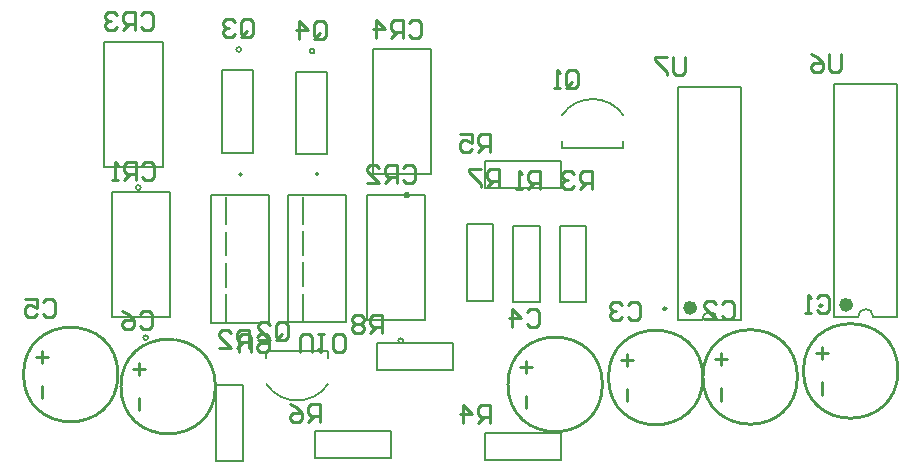
<source format=gbr>
%TF.GenerationSoftware,Altium Limited,Altium Designer,25.8.1 (18)*%
G04 Layer_Color=32896*
%FSLAX45Y45*%
%MOMM*%
%TF.SameCoordinates,5194DE87-2E3A-4D0E-B7FB-1F2D01658319*%
%TF.FilePolarity,Positive*%
%TF.FileFunction,Legend,Bot*%
%TF.Part,Single*%
G01*
G75*
%TA.AperFunction,NonConductor*%
%ADD26C,0.25000*%
%ADD27C,0.20000*%
%ADD28C,0.25400*%
%ADD29C,0.60000*%
%ADD30C,0.15240*%
%ADD31C,0.12700*%
D26*
X9702600Y6626400D02*
G03*
X9702600Y6626400I-12500J0D01*
G01*
X11023400Y6651800D02*
G03*
X11023400Y6651800I-12500J0D01*
G01*
D27*
X9340500Y8263500D02*
G03*
X8820500Y8263500I-260000J-177835D01*
G01*
X6318600Y5986000D02*
G03*
X6838600Y5986000I260000J177835D01*
G01*
X10134600Y6533400D02*
G03*
X10007600Y6533400I-63500J0D01*
G01*
X11455400Y6558800D02*
G03*
X11328400Y6558800I-63500J0D01*
G01*
X8820500Y7982000D02*
X9340500D01*
X8820500D02*
Y8043500D01*
X9340500Y7982000D02*
Y8043500D01*
X6318600Y6267500D02*
X6838600D01*
Y6206000D02*
Y6267500D01*
X6318600Y6206000D02*
Y6267500D01*
X9806100Y8503400D02*
X10336100D01*
X10134600Y6533400D02*
X10336100D01*
X9806100D02*
X10007600D01*
X10336100D02*
Y8503400D01*
X9806100Y6533400D02*
Y8503400D01*
X11126900Y8528800D02*
X11656900D01*
X11455400Y6558800D02*
X11656900D01*
X11126900D02*
X11328400D01*
X11656900D02*
Y8528800D01*
X11126900Y6558800D02*
Y8528800D01*
D28*
X9163000Y5984100D02*
G03*
X9163000Y5984100I-400000J0D01*
G01*
X11664900Y6098400D02*
G03*
X11664900Y6098400I-400000J0D01*
G01*
X10814000Y6047600D02*
G03*
X10814000Y6047600I-400000J0D01*
G01*
X10013900Y6042800D02*
G03*
X10013900Y6042800I-400000J0D01*
G01*
X5886400Y5966600D02*
G03*
X5886400Y5966600I-400000J0D01*
G01*
X5060900Y6068200D02*
G03*
X5060900Y6068200I-400000J0D01*
G01*
X8465500Y6134100D02*
X8570500D01*
X8518000Y6081600D02*
Y6186600D01*
Y5781600D02*
Y5886600D01*
X10967400Y6248400D02*
X11072400D01*
X11019900Y6195900D02*
Y6300900D01*
Y5895900D02*
Y6000900D01*
X10116500Y6197600D02*
X10221500D01*
X10169000Y6145100D02*
Y6250100D01*
Y5845100D02*
Y5950100D01*
X9316400Y6192800D02*
X9421400D01*
X9368900Y6140300D02*
Y6245300D01*
Y5840300D02*
Y5945300D01*
X5188900Y6116600D02*
X5293900D01*
X5241400Y6064100D02*
Y6169100D01*
Y5764100D02*
Y5869100D01*
X4363400Y6218200D02*
X4468400D01*
X4415900Y6165700D02*
Y6270700D01*
Y5865700D02*
Y5970700D01*
X8526813Y6598879D02*
X8552205Y6624271D01*
X8602988D01*
X8628380Y6598879D01*
Y6497312D01*
X8602988Y6471920D01*
X8552205D01*
X8526813Y6497312D01*
X8399854Y6471920D02*
Y6624271D01*
X8476029Y6548095D01*
X8374462D01*
X10977913Y6713179D02*
X11003305Y6738571D01*
X11054088D01*
X11079480Y6713179D01*
Y6611612D01*
X11054088Y6586220D01*
X11003305D01*
X10977913Y6611612D01*
X10927129Y6586220D02*
X10876346D01*
X10901737D01*
Y6738571D01*
X10927129Y6713179D01*
X10177813Y6662379D02*
X10203205Y6687771D01*
X10253988D01*
X10279380Y6662379D01*
Y6560812D01*
X10253988Y6535420D01*
X10203205D01*
X10177813Y6560812D01*
X10025462Y6535420D02*
X10127029D01*
X10025462Y6636987D01*
Y6662379D01*
X10050854Y6687771D01*
X10101637D01*
X10127029Y6662379D01*
X9377713Y6659839D02*
X9403105Y6685231D01*
X9453888D01*
X9479280Y6659839D01*
Y6558272D01*
X9453888Y6532880D01*
X9403105D01*
X9377713Y6558272D01*
X9326929Y6659839D02*
X9301537Y6685231D01*
X9250754D01*
X9225362Y6659839D01*
Y6634447D01*
X9250754Y6609055D01*
X9276146D01*
X9250754D01*
X9225362Y6583663D01*
Y6558272D01*
X9250754Y6532880D01*
X9301537D01*
X9326929Y6558272D01*
X8854473Y8521692D02*
Y8623259D01*
X8879865Y8648651D01*
X8930648D01*
X8956040Y8623259D01*
Y8521692D01*
X8930648Y8496300D01*
X8879865D01*
X8905257Y8547083D02*
X8854473Y8496300D01*
X8879865D02*
X8854473Y8521692D01*
X8803689Y8496300D02*
X8752906D01*
X8778297D01*
Y8648651D01*
X8803689Y8623259D01*
X8209280Y5656580D02*
Y5808931D01*
X8133105D01*
X8107713Y5783539D01*
Y5732755D01*
X8133105Y5707363D01*
X8209280D01*
X8158497D02*
X8107713Y5656580D01*
X7980754D02*
Y5808931D01*
X8056929Y5732755D01*
X7955362D01*
X6774180Y5669280D02*
Y5821631D01*
X6698005D01*
X6672613Y5796239D01*
Y5745455D01*
X6698005Y5720063D01*
X6774180D01*
X6723397D02*
X6672613Y5669280D01*
X6520262Y5821631D02*
X6571046Y5796239D01*
X6621829Y5745455D01*
Y5694672D01*
X6596437Y5669280D01*
X6545654D01*
X6520262Y5694672D01*
Y5720063D01*
X6545654Y5745455D01*
X6621829D01*
X6403373Y6388092D02*
Y6489659D01*
X6428765Y6515051D01*
X6479548D01*
X6504940Y6489659D01*
Y6388092D01*
X6479548Y6362700D01*
X6428765D01*
X6454157Y6413483D02*
X6403373Y6362700D01*
X6428765D02*
X6403373Y6388092D01*
X6251022Y6362700D02*
X6352589D01*
X6251022Y6464267D01*
Y6489659D01*
X6276414Y6515051D01*
X6327197D01*
X6352589Y6489659D01*
X5250213Y6583639D02*
X5275605Y6609031D01*
X5326388D01*
X5351780Y6583639D01*
Y6482072D01*
X5326388Y6456680D01*
X5275605D01*
X5250213Y6482072D01*
X5097862Y6609031D02*
X5148646Y6583639D01*
X5199429Y6532855D01*
Y6482072D01*
X5174037Y6456680D01*
X5123254D01*
X5097862Y6482072D01*
Y6507463D01*
X5123254Y6532855D01*
X5199429D01*
X9862820Y8760411D02*
Y8633452D01*
X9837428Y8608060D01*
X9786645D01*
X9761253Y8633452D01*
Y8760411D01*
X9710469D02*
X9608902D01*
Y8735019D01*
X9710469Y8633452D01*
Y8608060D01*
X4424713Y6685239D02*
X4450105Y6710631D01*
X4500888D01*
X4526280Y6685239D01*
Y6583672D01*
X4500888Y6558280D01*
X4450105D01*
X4424713Y6583672D01*
X4272362Y6710631D02*
X4373929D01*
Y6634455D01*
X4323146Y6659847D01*
X4297754D01*
X4272362Y6634455D01*
Y6583672D01*
X4297754Y6558280D01*
X4348537D01*
X4373929Y6583672D01*
X5267993Y7838399D02*
X5293385Y7863791D01*
X5344168D01*
X5369560Y7838399D01*
Y7736832D01*
X5344168Y7711440D01*
X5293385D01*
X5267993Y7736832D01*
X5217209Y7711440D02*
Y7863791D01*
X5141034D01*
X5115642Y7838399D01*
Y7787615D01*
X5141034Y7762223D01*
X5217209D01*
X5166426D02*
X5115642Y7711440D01*
X5064859D02*
X5014075D01*
X5039467D01*
Y7863791D01*
X5064859Y7838399D01*
X6101113Y8950952D02*
Y9052519D01*
X6126505Y9077911D01*
X6177288D01*
X6202680Y9052519D01*
Y8950952D01*
X6177288Y8925560D01*
X6126505D01*
X6151897Y8976343D02*
X6101113Y8925560D01*
X6126505D02*
X6101113Y8950952D01*
X6050329Y9052519D02*
X6024937Y9077911D01*
X5974154D01*
X5948762Y9052519D01*
Y9027127D01*
X5974154Y9001735D01*
X5999546D01*
X5974154D01*
X5948762Y8976343D01*
Y8950952D01*
X5974154Y8925560D01*
X6024937D01*
X6050329Y8950952D01*
X7477793Y7812999D02*
X7503185Y7838391D01*
X7553968D01*
X7579360Y7812999D01*
Y7711432D01*
X7553968Y7686040D01*
X7503185D01*
X7477793Y7711432D01*
X7427009Y7686040D02*
Y7838391D01*
X7350834D01*
X7325442Y7812999D01*
Y7762215D01*
X7350834Y7736823D01*
X7427009D01*
X7376226D02*
X7325442Y7686040D01*
X7173091D02*
X7274659D01*
X7173091Y7787607D01*
Y7812999D01*
X7198483Y7838391D01*
X7249267D01*
X7274659Y7812999D01*
X6723413Y8935712D02*
Y9037279D01*
X6748805Y9062671D01*
X6799588D01*
X6824980Y9037279D01*
Y8935712D01*
X6799588Y8910320D01*
X6748805D01*
X6774197Y8961103D02*
X6723413Y8910320D01*
X6748805D02*
X6723413Y8935712D01*
X6596454Y8910320D02*
Y9062671D01*
X6672629Y8986495D01*
X6571062D01*
X9075420Y7640320D02*
Y7792671D01*
X8999245D01*
X8973853Y7767279D01*
Y7716495D01*
X8999245Y7691103D01*
X9075420D01*
X9024637D02*
X8973853Y7640320D01*
X8923069Y7767279D02*
X8897677Y7792671D01*
X8846894D01*
X8821502Y7767279D01*
Y7741887D01*
X8846894Y7716495D01*
X8872286D01*
X8846894D01*
X8821502Y7691103D01*
Y7665712D01*
X8846894Y7640320D01*
X8897677D01*
X8923069Y7665712D01*
X8209280Y7955280D02*
Y8107631D01*
X8133105D01*
X8107713Y8082239D01*
Y8031455D01*
X8133105Y8006063D01*
X8209280D01*
X8158497D02*
X8107713Y7955280D01*
X7955362Y8107631D02*
X8056929D01*
Y8031455D01*
X8006146Y8056847D01*
X7980754D01*
X7955362Y8031455D01*
Y7980672D01*
X7980754Y7955280D01*
X8031537D01*
X8056929Y7980672D01*
X6083300Y6258289D02*
Y6385248D01*
X6108692Y6410640D01*
X6159475D01*
X6184867Y6385248D01*
Y6258289D01*
X6235651Y6385248D02*
X6261043Y6410640D01*
X6311826D01*
X6337218Y6385248D01*
Y6283681D01*
X6311826Y6258289D01*
X6261043D01*
X6235651Y6283681D01*
Y6309073D01*
X6261043Y6334465D01*
X6337218D01*
X6604000Y6260989D02*
Y6387948D01*
X6629392Y6413340D01*
X6680175D01*
X6705567Y6387948D01*
Y6260989D01*
X6756351Y6413340D02*
X6807134D01*
X6781743D01*
Y6260989D01*
X6756351Y6286381D01*
X6883310D02*
X6908701Y6260989D01*
X6959485D01*
X6984877Y6286381D01*
Y6387948D01*
X6959485Y6413340D01*
X6908701D01*
X6883310Y6387948D01*
Y6286381D01*
X7528593Y9044899D02*
X7553985Y9070291D01*
X7604768D01*
X7630160Y9044899D01*
Y8943332D01*
X7604768Y8917940D01*
X7553985D01*
X7528593Y8943332D01*
X7477809Y8917940D02*
Y9070291D01*
X7401634D01*
X7376242Y9044899D01*
Y8994115D01*
X7401634Y8968723D01*
X7477809D01*
X7427026D02*
X7376242Y8917940D01*
X7249283D02*
Y9070291D01*
X7325459Y8994115D01*
X7223891D01*
X5255293Y9108399D02*
X5280685Y9133791D01*
X5331468D01*
X5356860Y9108399D01*
Y9006832D01*
X5331468Y8981440D01*
X5280685D01*
X5255293Y9006832D01*
X5204509Y8981440D02*
Y9133791D01*
X5128334D01*
X5102942Y9108399D01*
Y9057615D01*
X5128334Y9032223D01*
X5204509D01*
X5153726D02*
X5102942Y8981440D01*
X5052159Y9108399D02*
X5026767Y9133791D01*
X4975983D01*
X4950591Y9108399D01*
Y9083007D01*
X4975983Y9057615D01*
X5001375D01*
X4975983D01*
X4950591Y9032223D01*
Y9006832D01*
X4975983Y8981440D01*
X5026767D01*
X5052159Y9006832D01*
X7294880Y6418580D02*
Y6570931D01*
X7218705D01*
X7193313Y6545539D01*
Y6494755D01*
X7218705Y6469363D01*
X7294880D01*
X7244097D02*
X7193313Y6418580D01*
X7142529Y6545539D02*
X7117137Y6570931D01*
X7066354D01*
X7040962Y6545539D01*
Y6520147D01*
X7066354Y6494755D01*
X7040962Y6469363D01*
Y6443972D01*
X7066354Y6418580D01*
X7117137D01*
X7142529Y6443972D01*
Y6469363D01*
X7117137Y6494755D01*
X7142529Y6520147D01*
Y6545539D01*
X7117137Y6494755D02*
X7066354D01*
X8288020Y7653020D02*
Y7805371D01*
X8211845D01*
X8186453Y7779979D01*
Y7729195D01*
X8211845Y7703803D01*
X8288020D01*
X8237237D02*
X8186453Y7653020D01*
X8135669Y7805371D02*
X8034102D01*
Y7779979D01*
X8135669Y7678412D01*
Y7653020D01*
X11183620Y8785811D02*
Y8658852D01*
X11158228Y8633460D01*
X11107445D01*
X11082053Y8658852D01*
Y8785811D01*
X10929702D02*
X10980486Y8760419D01*
X11031269Y8709635D01*
Y8658852D01*
X11005877Y8633460D01*
X10955094D01*
X10929702Y8658852D01*
Y8684243D01*
X10955094Y8709635D01*
X11031269D01*
X8630920Y7640320D02*
Y7792671D01*
X8554745D01*
X8529353Y7767279D01*
Y7716495D01*
X8554745Y7691103D01*
X8630920D01*
X8580137D02*
X8529353Y7640320D01*
X8478569D02*
X8427786D01*
X8453177D01*
Y7792671D01*
X8478569Y7767279D01*
X6167120Y6294120D02*
Y6446471D01*
X6090945D01*
X6065553Y6421079D01*
Y6370295D01*
X6090945Y6344903D01*
X6167120D01*
X6116337D02*
X6065553Y6294120D01*
X5913202D02*
X6014769D01*
X5913202Y6395687D01*
Y6421079D01*
X5938594Y6446471D01*
X5989377D01*
X6014769Y6421079D01*
D29*
X9936100Y6633400D02*
G03*
X9936100Y6633400I-30000J0D01*
G01*
X11256900Y6658800D02*
G03*
X11256900Y6658800I-30000J0D01*
G01*
D30*
X5316220Y6380480D02*
G03*
X5316220Y6380480I-20320J0D01*
G01*
X6103620Y8820150D02*
G03*
X6103620Y8820150I-20320J0D01*
G01*
X7475220Y6355080D02*
G03*
X7475220Y6355080I-20320J0D01*
G01*
X6725920Y8807450D02*
G03*
X6725920Y8807450I-20320J0D01*
G01*
X6108700Y7762080D02*
G03*
X6108700Y7762080I-12700J0D01*
G01*
X6756400Y7764780D02*
G03*
X6756400Y7764780I-12700J0D01*
G01*
X7526020Y7586980D02*
G03*
X7526020Y7586980I-20320J0D01*
G01*
X5252720Y7650480D02*
G03*
X5252720Y7650480I-20320J0D01*
G01*
X5010150Y6558280D02*
X5505450D01*
Y7614920D01*
X5010150D02*
X5505450D01*
X5010150Y6558280D02*
Y7614920D01*
X6207000Y7943850D02*
Y8642350D01*
X5943600Y7943850D02*
X6207000D01*
X5943600D02*
Y8642350D01*
X6207000D01*
X7169150Y6532880D02*
X7664450D01*
Y7589520D01*
X7169150D02*
X7664450D01*
X7169150Y6532880D02*
Y7589520D01*
X6829300Y7931150D02*
Y8629650D01*
X6565900Y7931150D02*
X6829300D01*
X6565900D02*
Y8629650D01*
X6829300D01*
X5977890Y7341049D02*
Y7571580D01*
X6341110Y6507320D02*
Y7584280D01*
X5850890Y6507320D02*
X6341110D01*
X5850890D02*
Y7584280D01*
X6341110D01*
X5977890Y7077049D02*
Y7278551D01*
Y6813049D02*
Y7014551D01*
Y6520020D02*
Y6750551D01*
X6625590Y7343749D02*
Y7574280D01*
X6988810Y6510020D02*
Y7586980D01*
X6498590Y6510020D02*
X6988810D01*
X6498590D02*
Y7586980D01*
X6988810D01*
X6625590Y7079749D02*
Y7281251D01*
Y6815749D02*
Y7017251D01*
Y6522720D02*
Y6753251D01*
X7219950Y7764780D02*
X7715250D01*
Y8821420D01*
X7219950D02*
X7715250D01*
X7219950Y7764780D02*
Y8821420D01*
X4946650Y7828280D02*
X5441950D01*
Y8884920D01*
X4946650D02*
X5441950D01*
X4946650Y7828280D02*
Y8884920D01*
D31*
X8811600Y5348500D02*
Y5573500D01*
X8166600Y5348500D02*
X8811600D01*
X8166600D02*
Y5573500D01*
X8811600D01*
X6731500Y5361200D02*
Y5586200D01*
X7376500D01*
Y5361200D02*
Y5586200D01*
X6731500Y5361200D02*
X7376500D01*
X8802900Y7325700D02*
X9027900D01*
Y6680700D02*
Y7325700D01*
X8802900Y6680700D02*
X9027900D01*
X8802900D02*
Y7325700D01*
X8811600Y7647200D02*
Y7872200D01*
X8166600Y7647200D02*
X8811600D01*
X8166600D02*
Y7872200D01*
X8811600D01*
X7898900Y6110500D02*
Y6335500D01*
X7253900Y6110500D02*
X7898900D01*
X7253900D02*
Y6335500D01*
X7898900D01*
X8015500Y7338400D02*
X8240500D01*
Y6693400D02*
Y7338400D01*
X8015500Y6693400D02*
X8240500D01*
X8015500D02*
Y7338400D01*
X8409200Y6682400D02*
X8634200D01*
X8409200D02*
Y7327400D01*
X8634200D01*
Y6682400D02*
Y7327400D01*
X5894600Y5981200D02*
X6119600D01*
Y5336200D02*
Y5981200D01*
X5894600Y5336200D02*
X6119600D01*
X5894600D02*
Y5981200D01*
%TF.MD5,34302c0fa411110c5ce9d004f6ec6c90*%
M02*

</source>
